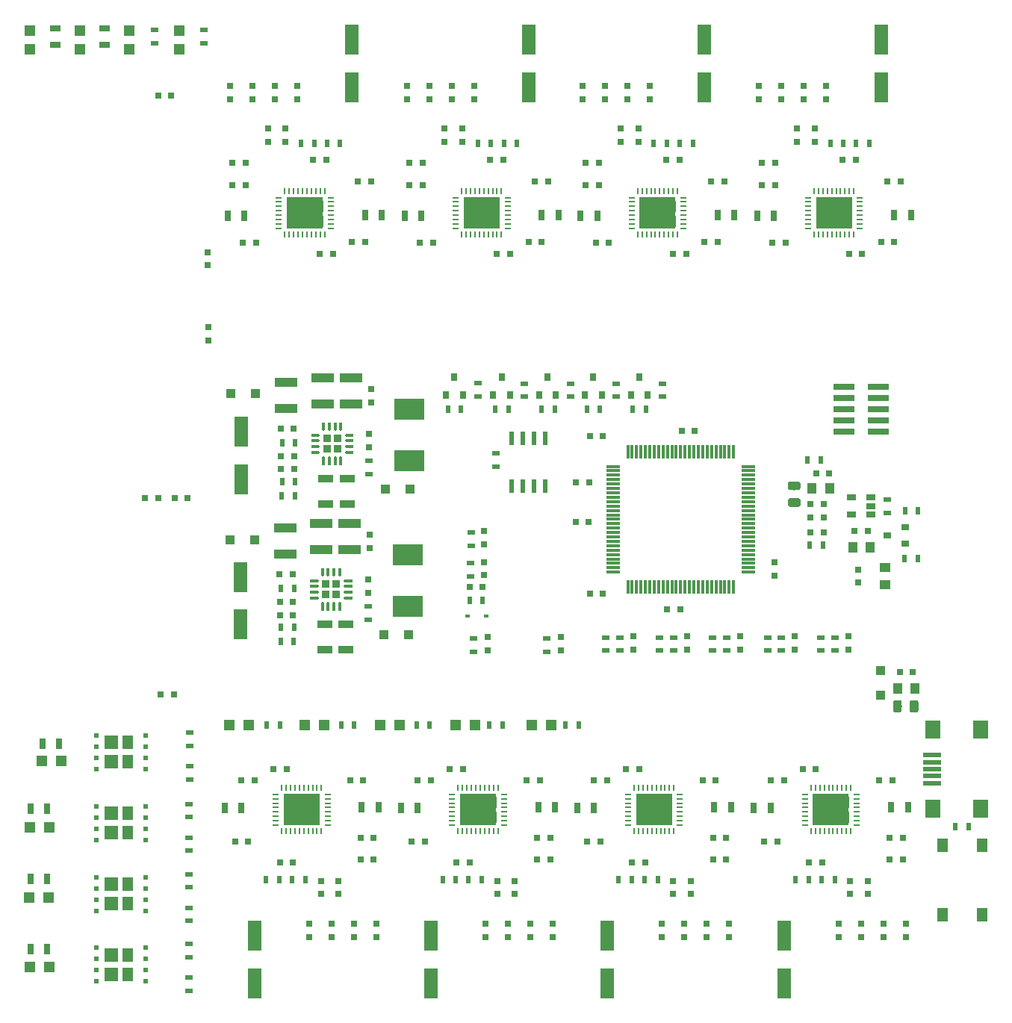
<source format=gtp>
G04 #@! TF.GenerationSoftware,KiCad,Pcbnew,(5.0.0)*
G04 #@! TF.CreationDate,2018-10-21T23:28:39-04:00*
G04 #@! TF.ProjectId,Voron_Klipper_Board,566F726F6E5F4B6C69707065725F426F,A*
G04 #@! TF.SameCoordinates,Original*
G04 #@! TF.FileFunction,Paste,Top*
G04 #@! TF.FilePolarity,Positive*
%FSLAX46Y46*%
G04 Gerber Fmt 4.6, Leading zero omitted, Abs format (unit mm)*
G04 Created by KiCad (PCBNEW (5.0.0)) date 10/21/18 23:28:39*
%MOMM*%
%LPD*%
G01*
G04 APERTURE LIST*
%ADD10C,0.050000*%
%ADD11R,0.600000X0.450000*%
%ADD12R,0.800000X0.750000*%
%ADD13R,0.500000X0.900000*%
%ADD14R,0.700000X1.300000*%
%ADD15R,4.150000X3.650000*%
%ADD16R,0.800000X0.250000*%
%ADD17R,0.250000X0.800000*%
%ADD18R,2.400000X0.740000*%
%ADD19R,0.800000X0.900000*%
%ADD20R,1.100000X1.100000*%
%ADD21R,0.750000X0.800000*%
%ADD22R,0.900000X0.500000*%
%ADD23R,1.700000X0.900000*%
%ADD24R,3.429000X2.413000*%
%ADD25R,2.500000X1.000000*%
%ADD26R,1.600000X3.500000*%
%ADD27R,0.900000X0.900000*%
%ADD28C,0.350000*%
%ADD29R,0.350000X0.825000*%
%ADD30R,0.825000X0.350000*%
%ADD31R,1.200000X1.200000*%
%ADD32R,1.300000X0.700000*%
%ADD33R,1.000000X1.250000*%
%ADD34R,1.500000X0.300000*%
%ADD35R,0.300000X1.500000*%
%ADD36R,1.700000X2.000000*%
%ADD37R,2.000000X0.500000*%
%ADD38R,0.600000X1.550000*%
%ADD39C,0.100000*%
%ADD40C,0.975000*%
%ADD41R,1.250000X1.000000*%
%ADD42R,1.060000X0.650000*%
%ADD43R,0.900000X0.800000*%
%ADD44R,0.490000X0.490000*%
%ADD45R,1.585000X1.570000*%
%ADD46R,1.235000X1.570000*%
%ADD47R,1.300000X1.550000*%
G04 APERTURE END LIST*
D10*
G04 #@! TO.C,U7*
G36*
X189473000Y-128832600D02*
X189473000Y-130032600D01*
X188273000Y-130032600D01*
X188273000Y-128832600D01*
X189473000Y-128832600D01*
G37*
X189473000Y-128832600D02*
X189473000Y-130032600D01*
X188273000Y-130032600D01*
X188273000Y-128832600D01*
X189473000Y-128832600D01*
G36*
X190873000Y-128832600D02*
X190873000Y-130032600D01*
X189673000Y-130032600D01*
X189673000Y-128832600D01*
X190873000Y-128832600D01*
G37*
X190873000Y-128832600D02*
X190873000Y-130032600D01*
X189673000Y-130032600D01*
X189673000Y-128832600D01*
X190873000Y-128832600D01*
G36*
X192273000Y-128832600D02*
X192273000Y-130032600D01*
X191073000Y-130032600D01*
X191073000Y-128832600D01*
X192273000Y-128832600D01*
G37*
X192273000Y-128832600D02*
X192273000Y-130032600D01*
X191073000Y-130032600D01*
X191073000Y-128832600D01*
X192273000Y-128832600D01*
G36*
X189473000Y-130532600D02*
X189473000Y-131732600D01*
X188273000Y-131732600D01*
X188273000Y-130532600D01*
X189473000Y-130532600D01*
G37*
X189473000Y-130532600D02*
X189473000Y-131732600D01*
X188273000Y-131732600D01*
X188273000Y-130532600D01*
X189473000Y-130532600D01*
G36*
X190873000Y-130532600D02*
X190873000Y-131732600D01*
X189673000Y-131732600D01*
X189673000Y-130532600D01*
X190873000Y-130532600D01*
G37*
X190873000Y-130532600D02*
X190873000Y-131732600D01*
X189673000Y-131732600D01*
X189673000Y-130532600D01*
X190873000Y-130532600D01*
G36*
X192273000Y-130532600D02*
X192273000Y-131732600D01*
X191073000Y-131732600D01*
X191073000Y-130532600D01*
X192273000Y-130532600D01*
G37*
X192273000Y-130532600D02*
X192273000Y-131732600D01*
X191073000Y-131732600D01*
X191073000Y-130532600D01*
X192273000Y-130532600D01*
G04 #@! TO.C,U8*
G36*
X209523000Y-128832600D02*
X209523000Y-130032600D01*
X208323000Y-130032600D01*
X208323000Y-128832600D01*
X209523000Y-128832600D01*
G37*
X209523000Y-128832600D02*
X209523000Y-130032600D01*
X208323000Y-130032600D01*
X208323000Y-128832600D01*
X209523000Y-128832600D01*
G36*
X210923000Y-128832600D02*
X210923000Y-130032600D01*
X209723000Y-130032600D01*
X209723000Y-128832600D01*
X210923000Y-128832600D01*
G37*
X210923000Y-128832600D02*
X210923000Y-130032600D01*
X209723000Y-130032600D01*
X209723000Y-128832600D01*
X210923000Y-128832600D01*
G36*
X212323000Y-128832600D02*
X212323000Y-130032600D01*
X211123000Y-130032600D01*
X211123000Y-128832600D01*
X212323000Y-128832600D01*
G37*
X212323000Y-128832600D02*
X212323000Y-130032600D01*
X211123000Y-130032600D01*
X211123000Y-128832600D01*
X212323000Y-128832600D01*
G36*
X209523000Y-130532600D02*
X209523000Y-131732600D01*
X208323000Y-131732600D01*
X208323000Y-130532600D01*
X209523000Y-130532600D01*
G37*
X209523000Y-130532600D02*
X209523000Y-131732600D01*
X208323000Y-131732600D01*
X208323000Y-130532600D01*
X209523000Y-130532600D01*
G36*
X210923000Y-130532600D02*
X210923000Y-131732600D01*
X209723000Y-131732600D01*
X209723000Y-130532600D01*
X210923000Y-130532600D01*
G37*
X210923000Y-130532600D02*
X210923000Y-131732600D01*
X209723000Y-131732600D01*
X209723000Y-130532600D01*
X210923000Y-130532600D01*
G36*
X212323000Y-130532600D02*
X212323000Y-131732600D01*
X211123000Y-131732600D01*
X211123000Y-130532600D01*
X212323000Y-130532600D01*
G37*
X212323000Y-130532600D02*
X212323000Y-131732600D01*
X211123000Y-131732600D01*
X211123000Y-130532600D01*
X212323000Y-130532600D01*
G04 #@! TO.C,U1*
G36*
X151477000Y-64167400D02*
X151477000Y-62967400D01*
X152677000Y-62967400D01*
X152677000Y-64167400D01*
X151477000Y-64167400D01*
G37*
X151477000Y-64167400D02*
X151477000Y-62967400D01*
X152677000Y-62967400D01*
X152677000Y-64167400D01*
X151477000Y-64167400D01*
G36*
X150077000Y-64167400D02*
X150077000Y-62967400D01*
X151277000Y-62967400D01*
X151277000Y-64167400D01*
X150077000Y-64167400D01*
G37*
X150077000Y-64167400D02*
X150077000Y-62967400D01*
X151277000Y-62967400D01*
X151277000Y-64167400D01*
X150077000Y-64167400D01*
G36*
X148677000Y-64167400D02*
X148677000Y-62967400D01*
X149877000Y-62967400D01*
X149877000Y-64167400D01*
X148677000Y-64167400D01*
G37*
X148677000Y-64167400D02*
X148677000Y-62967400D01*
X149877000Y-62967400D01*
X149877000Y-64167400D01*
X148677000Y-64167400D01*
G36*
X151477000Y-62467400D02*
X151477000Y-61267400D01*
X152677000Y-61267400D01*
X152677000Y-62467400D01*
X151477000Y-62467400D01*
G37*
X151477000Y-62467400D02*
X151477000Y-61267400D01*
X152677000Y-61267400D01*
X152677000Y-62467400D01*
X151477000Y-62467400D01*
G36*
X150077000Y-62467400D02*
X150077000Y-61267400D01*
X151277000Y-61267400D01*
X151277000Y-62467400D01*
X150077000Y-62467400D01*
G37*
X150077000Y-62467400D02*
X150077000Y-61267400D01*
X151277000Y-61267400D01*
X151277000Y-62467400D01*
X150077000Y-62467400D01*
G36*
X148677000Y-62467400D02*
X148677000Y-61267400D01*
X149877000Y-61267400D01*
X149877000Y-62467400D01*
X148677000Y-62467400D01*
G37*
X148677000Y-62467400D02*
X148677000Y-61267400D01*
X149877000Y-61267400D01*
X149877000Y-62467400D01*
X148677000Y-62467400D01*
G04 #@! TO.C,U2*
G36*
X171527000Y-64167400D02*
X171527000Y-62967400D01*
X172727000Y-62967400D01*
X172727000Y-64167400D01*
X171527000Y-64167400D01*
G37*
X171527000Y-64167400D02*
X171527000Y-62967400D01*
X172727000Y-62967400D01*
X172727000Y-64167400D01*
X171527000Y-64167400D01*
G36*
X170127000Y-64167400D02*
X170127000Y-62967400D01*
X171327000Y-62967400D01*
X171327000Y-64167400D01*
X170127000Y-64167400D01*
G37*
X170127000Y-64167400D02*
X170127000Y-62967400D01*
X171327000Y-62967400D01*
X171327000Y-64167400D01*
X170127000Y-64167400D01*
G36*
X168727000Y-64167400D02*
X168727000Y-62967400D01*
X169927000Y-62967400D01*
X169927000Y-64167400D01*
X168727000Y-64167400D01*
G37*
X168727000Y-64167400D02*
X168727000Y-62967400D01*
X169927000Y-62967400D01*
X169927000Y-64167400D01*
X168727000Y-64167400D01*
G36*
X171527000Y-62467400D02*
X171527000Y-61267400D01*
X172727000Y-61267400D01*
X172727000Y-62467400D01*
X171527000Y-62467400D01*
G37*
X171527000Y-62467400D02*
X171527000Y-61267400D01*
X172727000Y-61267400D01*
X172727000Y-62467400D01*
X171527000Y-62467400D01*
G36*
X170127000Y-62467400D02*
X170127000Y-61267400D01*
X171327000Y-61267400D01*
X171327000Y-62467400D01*
X170127000Y-62467400D01*
G37*
X170127000Y-62467400D02*
X170127000Y-61267400D01*
X171327000Y-61267400D01*
X171327000Y-62467400D01*
X170127000Y-62467400D01*
G36*
X168727000Y-62467400D02*
X168727000Y-61267400D01*
X169927000Y-61267400D01*
X169927000Y-62467400D01*
X168727000Y-62467400D01*
G37*
X168727000Y-62467400D02*
X168727000Y-61267400D01*
X169927000Y-61267400D01*
X169927000Y-62467400D01*
X168727000Y-62467400D01*
G04 #@! TO.C,U3*
G36*
X191477000Y-64167400D02*
X191477000Y-62967400D01*
X192677000Y-62967400D01*
X192677000Y-64167400D01*
X191477000Y-64167400D01*
G37*
X191477000Y-64167400D02*
X191477000Y-62967400D01*
X192677000Y-62967400D01*
X192677000Y-64167400D01*
X191477000Y-64167400D01*
G36*
X190077000Y-64167400D02*
X190077000Y-62967400D01*
X191277000Y-62967400D01*
X191277000Y-64167400D01*
X190077000Y-64167400D01*
G37*
X190077000Y-64167400D02*
X190077000Y-62967400D01*
X191277000Y-62967400D01*
X191277000Y-64167400D01*
X190077000Y-64167400D01*
G36*
X188677000Y-64167400D02*
X188677000Y-62967400D01*
X189877000Y-62967400D01*
X189877000Y-64167400D01*
X188677000Y-64167400D01*
G37*
X188677000Y-64167400D02*
X188677000Y-62967400D01*
X189877000Y-62967400D01*
X189877000Y-64167400D01*
X188677000Y-64167400D01*
G36*
X191477000Y-62467400D02*
X191477000Y-61267400D01*
X192677000Y-61267400D01*
X192677000Y-62467400D01*
X191477000Y-62467400D01*
G37*
X191477000Y-62467400D02*
X191477000Y-61267400D01*
X192677000Y-61267400D01*
X192677000Y-62467400D01*
X191477000Y-62467400D01*
G36*
X190077000Y-62467400D02*
X190077000Y-61267400D01*
X191277000Y-61267400D01*
X191277000Y-62467400D01*
X190077000Y-62467400D01*
G37*
X190077000Y-62467400D02*
X190077000Y-61267400D01*
X191277000Y-61267400D01*
X191277000Y-62467400D01*
X190077000Y-62467400D01*
G36*
X188677000Y-62467400D02*
X188677000Y-61267400D01*
X189877000Y-61267400D01*
X189877000Y-62467400D01*
X188677000Y-62467400D01*
G37*
X188677000Y-62467400D02*
X188677000Y-61267400D01*
X189877000Y-61267400D01*
X189877000Y-62467400D01*
X188677000Y-62467400D01*
G04 #@! TO.C,U4*
G36*
X211477000Y-64167400D02*
X211477000Y-62967400D01*
X212677000Y-62967400D01*
X212677000Y-64167400D01*
X211477000Y-64167400D01*
G37*
X211477000Y-64167400D02*
X211477000Y-62967400D01*
X212677000Y-62967400D01*
X212677000Y-64167400D01*
X211477000Y-64167400D01*
G36*
X210077000Y-64167400D02*
X210077000Y-62967400D01*
X211277000Y-62967400D01*
X211277000Y-64167400D01*
X210077000Y-64167400D01*
G37*
X210077000Y-64167400D02*
X210077000Y-62967400D01*
X211277000Y-62967400D01*
X211277000Y-64167400D01*
X210077000Y-64167400D01*
G36*
X208677000Y-64167400D02*
X208677000Y-62967400D01*
X209877000Y-62967400D01*
X209877000Y-64167400D01*
X208677000Y-64167400D01*
G37*
X208677000Y-64167400D02*
X208677000Y-62967400D01*
X209877000Y-62967400D01*
X209877000Y-64167400D01*
X208677000Y-64167400D01*
G36*
X211477000Y-62467400D02*
X211477000Y-61267400D01*
X212677000Y-61267400D01*
X212677000Y-62467400D01*
X211477000Y-62467400D01*
G37*
X211477000Y-62467400D02*
X211477000Y-61267400D01*
X212677000Y-61267400D01*
X212677000Y-62467400D01*
X211477000Y-62467400D01*
G36*
X210077000Y-62467400D02*
X210077000Y-61267400D01*
X211277000Y-61267400D01*
X211277000Y-62467400D01*
X210077000Y-62467400D01*
G37*
X210077000Y-62467400D02*
X210077000Y-61267400D01*
X211277000Y-61267400D01*
X211277000Y-62467400D01*
X210077000Y-62467400D01*
G36*
X208677000Y-62467400D02*
X208677000Y-61267400D01*
X209877000Y-61267400D01*
X209877000Y-62467400D01*
X208677000Y-62467400D01*
G37*
X208677000Y-62467400D02*
X208677000Y-61267400D01*
X209877000Y-61267400D01*
X209877000Y-62467400D01*
X208677000Y-62467400D01*
G04 #@! TO.C,U5*
G36*
X149523000Y-128832600D02*
X149523000Y-130032600D01*
X148323000Y-130032600D01*
X148323000Y-128832600D01*
X149523000Y-128832600D01*
G37*
X149523000Y-128832600D02*
X149523000Y-130032600D01*
X148323000Y-130032600D01*
X148323000Y-128832600D01*
X149523000Y-128832600D01*
G36*
X150923000Y-128832600D02*
X150923000Y-130032600D01*
X149723000Y-130032600D01*
X149723000Y-128832600D01*
X150923000Y-128832600D01*
G37*
X150923000Y-128832600D02*
X150923000Y-130032600D01*
X149723000Y-130032600D01*
X149723000Y-128832600D01*
X150923000Y-128832600D01*
G36*
X152323000Y-128832600D02*
X152323000Y-130032600D01*
X151123000Y-130032600D01*
X151123000Y-128832600D01*
X152323000Y-128832600D01*
G37*
X152323000Y-128832600D02*
X152323000Y-130032600D01*
X151123000Y-130032600D01*
X151123000Y-128832600D01*
X152323000Y-128832600D01*
G36*
X149523000Y-130532600D02*
X149523000Y-131732600D01*
X148323000Y-131732600D01*
X148323000Y-130532600D01*
X149523000Y-130532600D01*
G37*
X149523000Y-130532600D02*
X149523000Y-131732600D01*
X148323000Y-131732600D01*
X148323000Y-130532600D01*
X149523000Y-130532600D01*
G36*
X150923000Y-130532600D02*
X150923000Y-131732600D01*
X149723000Y-131732600D01*
X149723000Y-130532600D01*
X150923000Y-130532600D01*
G37*
X150923000Y-130532600D02*
X150923000Y-131732600D01*
X149723000Y-131732600D01*
X149723000Y-130532600D01*
X150923000Y-130532600D01*
G36*
X152323000Y-130532600D02*
X152323000Y-131732600D01*
X151123000Y-131732600D01*
X151123000Y-130532600D01*
X152323000Y-130532600D01*
G37*
X152323000Y-130532600D02*
X152323000Y-131732600D01*
X151123000Y-131732600D01*
X151123000Y-130532600D01*
X152323000Y-130532600D01*
G04 #@! TO.C,U6*
G36*
X169523000Y-128832600D02*
X169523000Y-130032600D01*
X168323000Y-130032600D01*
X168323000Y-128832600D01*
X169523000Y-128832600D01*
G37*
X169523000Y-128832600D02*
X169523000Y-130032600D01*
X168323000Y-130032600D01*
X168323000Y-128832600D01*
X169523000Y-128832600D01*
G36*
X170923000Y-128832600D02*
X170923000Y-130032600D01*
X169723000Y-130032600D01*
X169723000Y-128832600D01*
X170923000Y-128832600D01*
G37*
X170923000Y-128832600D02*
X170923000Y-130032600D01*
X169723000Y-130032600D01*
X169723000Y-128832600D01*
X170923000Y-128832600D01*
G36*
X172323000Y-128832600D02*
X172323000Y-130032600D01*
X171123000Y-130032600D01*
X171123000Y-128832600D01*
X172323000Y-128832600D01*
G37*
X172323000Y-128832600D02*
X172323000Y-130032600D01*
X171123000Y-130032600D01*
X171123000Y-128832600D01*
X172323000Y-128832600D01*
G36*
X169523000Y-130532600D02*
X169523000Y-131732600D01*
X168323000Y-131732600D01*
X168323000Y-130532600D01*
X169523000Y-130532600D01*
G37*
X169523000Y-130532600D02*
X169523000Y-131732600D01*
X168323000Y-131732600D01*
X168323000Y-130532600D01*
X169523000Y-130532600D01*
G36*
X170923000Y-130532600D02*
X170923000Y-131732600D01*
X169723000Y-131732600D01*
X169723000Y-130532600D01*
X170923000Y-130532600D01*
G37*
X170923000Y-130532600D02*
X170923000Y-131732600D01*
X169723000Y-131732600D01*
X169723000Y-130532600D01*
X170923000Y-130532600D01*
G36*
X172323000Y-130532600D02*
X172323000Y-131732600D01*
X171123000Y-131732600D01*
X171123000Y-130532600D01*
X172323000Y-130532600D01*
G37*
X172323000Y-130532600D02*
X172323000Y-131732600D01*
X171123000Y-131732600D01*
X171123000Y-130532600D01*
X172323000Y-130532600D01*
G04 #@! TD*
D11*
G04 #@! TO.C,D9*
X171275000Y-108350000D03*
X169175000Y-108350000D03*
G04 #@! TD*
D12*
G04 #@! TO.C,C136*
X170850000Y-105075000D03*
X169350000Y-105075000D03*
G04 #@! TD*
D13*
G04 #@! TO.C,R69*
X170850000Y-106575000D03*
X169350000Y-106575000D03*
G04 #@! TD*
D12*
G04 #@! TO.C,C75*
X144275000Y-133925000D03*
X142775000Y-133925000D03*
G04 #@! TD*
D14*
G04 #@! TO.C,R58*
X121500000Y-138200000D03*
X119600000Y-138200000D03*
G04 #@! TD*
D15*
G04 #@! TO.C,U7*
X190273000Y-130332600D03*
D16*
X193223000Y-128582600D03*
X193223000Y-129082600D03*
X193223000Y-129582600D03*
X193223000Y-130082600D03*
X193223000Y-130582600D03*
X193223000Y-131082600D03*
X193223000Y-131582600D03*
X193223000Y-132082600D03*
D17*
X192523000Y-132782600D03*
X192023000Y-132782600D03*
X191523000Y-132782600D03*
X191023000Y-132782600D03*
X190523000Y-132782600D03*
X190023000Y-132782600D03*
X189523000Y-132782600D03*
X189023000Y-132782600D03*
X188523000Y-132782600D03*
X188023000Y-132782600D03*
D16*
X187323000Y-132082600D03*
X187323000Y-131582600D03*
X187323000Y-131082600D03*
X187323000Y-130582600D03*
X187323000Y-130082600D03*
X187323000Y-129582600D03*
X187323000Y-129082600D03*
X187323000Y-128582600D03*
D17*
X188023000Y-127882600D03*
X188523000Y-127882600D03*
X189023000Y-127882600D03*
X189523000Y-127882600D03*
X190023000Y-127882600D03*
X190523000Y-127882600D03*
X191023000Y-127882600D03*
X191523000Y-127882600D03*
X192023000Y-127882600D03*
X192523000Y-127882600D03*
G04 #@! TD*
D13*
G04 #@! TO.C,R67*
X147900000Y-120750000D03*
X146400000Y-120750000D03*
G04 #@! TD*
D18*
G04 #@! TO.C,J35*
X215700000Y-87459998D03*
X211800000Y-87459998D03*
X215700000Y-86189998D03*
X211800000Y-86189998D03*
X215700000Y-84919998D03*
X211800000Y-84919998D03*
X215700000Y-83649998D03*
X211800000Y-83649998D03*
X215700000Y-82379998D03*
X211800000Y-82379998D03*
G04 #@! TD*
D19*
G04 #@! TO.C,U12*
X173000000Y-81300000D03*
X173950000Y-83300000D03*
X172050000Y-83300000D03*
G04 #@! TD*
D20*
G04 #@! TO.C,D15*
X142200000Y-99750000D03*
X145000000Y-99750000D03*
G04 #@! TD*
D13*
G04 #@! TO.C,R87*
X149460000Y-109650000D03*
X147960000Y-109650000D03*
G04 #@! TD*
D21*
G04 #@! TO.C,C157*
X157860000Y-105750000D03*
X157860000Y-104250000D03*
G04 #@! TD*
D22*
G04 #@! TO.C,R79*
X157860000Y-108795000D03*
X157860000Y-107295000D03*
G04 #@! TD*
D23*
G04 #@! TO.C,R83*
X152940000Y-112160000D03*
X152940000Y-109260000D03*
G04 #@! TD*
G04 #@! TO.C,R85*
X155330000Y-112170000D03*
X155330000Y-109270000D03*
G04 #@! TD*
D24*
G04 #@! TO.C,L3*
X162360000Y-101399000D03*
X162360000Y-107241000D03*
G04 #@! TD*
D25*
G04 #@! TO.C,C151*
X148450000Y-98350000D03*
X148450000Y-101350000D03*
G04 #@! TD*
G04 #@! TO.C,C159*
X155750000Y-100850000D03*
X155750000Y-97850000D03*
G04 #@! TD*
G04 #@! TO.C,C161*
X152500000Y-100850000D03*
X152500000Y-97850000D03*
G04 #@! TD*
D12*
G04 #@! TO.C,C163*
X149360000Y-108245000D03*
X147860000Y-108245000D03*
G04 #@! TD*
G04 #@! TO.C,C155*
X147860000Y-106745000D03*
X149360000Y-106745000D03*
G04 #@! TD*
G04 #@! TO.C,C153*
X147810000Y-103600000D03*
X149310000Y-103600000D03*
G04 #@! TD*
D20*
G04 #@! TO.C,D17*
X159660000Y-110445000D03*
X162460000Y-110445000D03*
G04 #@! TD*
D13*
G04 #@! TO.C,R88*
X147940000Y-111215000D03*
X149440000Y-111215000D03*
G04 #@! TD*
G04 #@! TO.C,R81*
X149460000Y-105245000D03*
X147960000Y-105245000D03*
G04 #@! TD*
D26*
G04 #@! TO.C,C149*
X143360000Y-109340000D03*
X143360000Y-103940000D03*
G04 #@! TD*
D27*
G04 #@! TO.C,U19*
X153070000Y-104730000D03*
X153070000Y-105930000D03*
X154270000Y-105930000D03*
X154270000Y-104730000D03*
D28*
X152695000Y-103755000D03*
D29*
X152695000Y-103342500D03*
D28*
X153345000Y-103755000D03*
D29*
X153345000Y-103342500D03*
D28*
X153995000Y-103755000D03*
D29*
X153995000Y-103342500D03*
D28*
X154645000Y-103755000D03*
D29*
X154645000Y-103342500D03*
D28*
X155245000Y-104355000D03*
D30*
X155657500Y-104355000D03*
D28*
X155245000Y-105005000D03*
D30*
X155657500Y-105005000D03*
D28*
X155245000Y-105655000D03*
D30*
X155657500Y-105655000D03*
D28*
X155245000Y-106305000D03*
D30*
X155657500Y-106305000D03*
D28*
X154645000Y-106905000D03*
D29*
X154645000Y-107317500D03*
D28*
X153995000Y-106905000D03*
D29*
X153995000Y-107317500D03*
D28*
X153345000Y-106905000D03*
D29*
X153345000Y-107317500D03*
D28*
X152695000Y-106905000D03*
D29*
X152695000Y-107317500D03*
D28*
X152095000Y-106305000D03*
D30*
X151682500Y-106305000D03*
D28*
X152095000Y-105655000D03*
D30*
X151682500Y-105655000D03*
D28*
X152095000Y-105005000D03*
D30*
X151682500Y-105005000D03*
D28*
X152095000Y-104355000D03*
D30*
X151682500Y-104355000D03*
G04 #@! TD*
D21*
G04 #@! TO.C,C113*
X158060000Y-100650000D03*
X158060000Y-99150000D03*
G04 #@! TD*
D22*
G04 #@! TO.C,R37*
X180800000Y-82000000D03*
X180800000Y-83500000D03*
G04 #@! TD*
D24*
G04 #@! TO.C,L4*
X162500000Y-84893000D03*
X162500000Y-90735000D03*
G04 #@! TD*
D14*
G04 #@! TO.C,R32*
X219050000Y-130050000D03*
X217150000Y-130050000D03*
G04 #@! TD*
D15*
G04 #@! TO.C,U8*
X210323000Y-130332600D03*
D16*
X213273000Y-128582600D03*
X213273000Y-129082600D03*
X213273000Y-129582600D03*
X213273000Y-130082600D03*
X213273000Y-130582600D03*
X213273000Y-131082600D03*
X213273000Y-131582600D03*
X213273000Y-132082600D03*
D17*
X212573000Y-132782600D03*
X212073000Y-132782600D03*
X211573000Y-132782600D03*
X211073000Y-132782600D03*
X210573000Y-132782600D03*
X210073000Y-132782600D03*
X209573000Y-132782600D03*
X209073000Y-132782600D03*
X208573000Y-132782600D03*
X208073000Y-132782600D03*
D16*
X207373000Y-132082600D03*
X207373000Y-131582600D03*
X207373000Y-131082600D03*
X207373000Y-130582600D03*
X207373000Y-130082600D03*
X207373000Y-129582600D03*
X207373000Y-129082600D03*
X207373000Y-128582600D03*
D17*
X208073000Y-127882600D03*
X208573000Y-127882600D03*
X209073000Y-127882600D03*
X209573000Y-127882600D03*
X210073000Y-127882600D03*
X210573000Y-127882600D03*
X211073000Y-127882600D03*
X211573000Y-127882600D03*
X212073000Y-127882600D03*
X212573000Y-127882600D03*
G04 #@! TD*
D12*
G04 #@! TO.C,C60*
X178500000Y-136000000D03*
X177000000Y-136000000D03*
G04 #@! TD*
G04 #@! TO.C,C87*
X198450000Y-136000000D03*
X196950000Y-136000000D03*
G04 #@! TD*
D21*
G04 #@! TO.C,C62*
X172500000Y-139904600D03*
X172500000Y-138404600D03*
G04 #@! TD*
D12*
G04 #@! TO.C,C63*
X147850000Y-136350000D03*
X149350000Y-136350000D03*
G04 #@! TD*
G04 #@! TO.C,C96*
X205000000Y-127025000D03*
X203500000Y-127025000D03*
G04 #@! TD*
G04 #@! TO.C,C57*
X147125000Y-125700000D03*
X148625000Y-125700000D03*
G04 #@! TD*
D13*
G04 #@! TO.C,R12*
X211750000Y-54750000D03*
X210250000Y-54750000D03*
G04 #@! TD*
D14*
G04 #@! TO.C,R6*
X179450000Y-62900000D03*
X177550000Y-62900000D03*
G04 #@! TD*
D12*
G04 #@! TO.C,C18*
X165225000Y-66000000D03*
X163725000Y-66000000D03*
G04 #@! TD*
D21*
G04 #@! TO.C,C16*
X162240000Y-49750000D03*
X162240000Y-48250000D03*
G04 #@! TD*
D26*
G04 #@! TO.C,C31*
X156000000Y-43000000D03*
X156000000Y-48400000D03*
G04 #@! TD*
D15*
G04 #@! TO.C,U1*
X150677000Y-62667400D03*
D16*
X147727000Y-64417400D03*
X147727000Y-63917400D03*
X147727000Y-63417400D03*
X147727000Y-62917400D03*
X147727000Y-62417400D03*
X147727000Y-61917400D03*
X147727000Y-61417400D03*
X147727000Y-60917400D03*
D17*
X148427000Y-60217400D03*
X148927000Y-60217400D03*
X149427000Y-60217400D03*
X149927000Y-60217400D03*
X150427000Y-60217400D03*
X150927000Y-60217400D03*
X151427000Y-60217400D03*
X151927000Y-60217400D03*
X152427000Y-60217400D03*
X152927000Y-60217400D03*
D16*
X153627000Y-60917400D03*
X153627000Y-61417400D03*
X153627000Y-61917400D03*
X153627000Y-62417400D03*
X153627000Y-62917400D03*
X153627000Y-63417400D03*
X153627000Y-63917400D03*
X153627000Y-64417400D03*
D17*
X152927000Y-65117400D03*
X152427000Y-65117400D03*
X151927000Y-65117400D03*
X151427000Y-65117400D03*
X150927000Y-65117400D03*
X150427000Y-65117400D03*
X149927000Y-65117400D03*
X149427000Y-65117400D03*
X148927000Y-65117400D03*
X148427000Y-65117400D03*
G04 #@! TD*
D12*
G04 #@! TO.C,C139*
X135550000Y-49375000D03*
X134050000Y-49375000D03*
G04 #@! TD*
D21*
G04 #@! TO.C,C140*
X139750000Y-75625000D03*
X139750000Y-77125000D03*
G04 #@! TD*
D12*
G04 #@! TO.C,C141*
X134075000Y-94975000D03*
X132575000Y-94975000D03*
G04 #@! TD*
D21*
G04 #@! TO.C,C142*
X139675000Y-68600000D03*
X139675000Y-67100000D03*
G04 #@! TD*
D12*
G04 #@! TO.C,C143*
X135925000Y-95000000D03*
X137425000Y-95000000D03*
G04 #@! TD*
G04 #@! TO.C,C144*
X135850000Y-117300000D03*
X134350000Y-117300000D03*
G04 #@! TD*
D21*
G04 #@! TO.C,C145*
X213375000Y-104600000D03*
X213375000Y-103100000D03*
G04 #@! TD*
D25*
G04 #@! TO.C,C152*
X148600000Y-81850000D03*
X148600000Y-84850000D03*
G04 #@! TD*
D12*
G04 #@! TO.C,C154*
X147950000Y-87150000D03*
X149450000Y-87150000D03*
G04 #@! TD*
G04 #@! TO.C,C156*
X148000000Y-90235000D03*
X149500000Y-90235000D03*
G04 #@! TD*
D21*
G04 #@! TO.C,C158*
X158000000Y-89235000D03*
X158000000Y-87735000D03*
G04 #@! TD*
D25*
G04 #@! TO.C,C160*
X155950000Y-84350000D03*
X155950000Y-81350000D03*
G04 #@! TD*
G04 #@! TO.C,C162*
X152700000Y-84350000D03*
X152700000Y-81350000D03*
G04 #@! TD*
D12*
G04 #@! TO.C,C164*
X149500000Y-91650000D03*
X148000000Y-91650000D03*
G04 #@! TD*
D31*
G04 #@! TO.C,D1*
X123100000Y-124775000D03*
X120900000Y-124775000D03*
G04 #@! TD*
G04 #@! TO.C,D2*
X121668000Y-140250000D03*
X119468000Y-140250000D03*
G04 #@! TD*
G04 #@! TO.C,D3*
X121700000Y-132300000D03*
X119500000Y-132300000D03*
G04 #@! TD*
G04 #@! TO.C,D4*
X121700000Y-148200000D03*
X119500000Y-148200000D03*
G04 #@! TD*
G04 #@! TO.C,D5*
X142150000Y-120750000D03*
X144350000Y-120750000D03*
G04 #@! TD*
G04 #@! TO.C,D6*
X150700000Y-120750000D03*
X152900000Y-120750000D03*
G04 #@! TD*
G04 #@! TO.C,D7*
X159250000Y-120750000D03*
X161450000Y-120750000D03*
G04 #@! TD*
G04 #@! TO.C,D8*
X167800000Y-120750000D03*
X170000000Y-120750000D03*
G04 #@! TD*
G04 #@! TO.C,D10*
X176450000Y-120750000D03*
X178650000Y-120750000D03*
G04 #@! TD*
G04 #@! TO.C,D11*
X119550000Y-44150000D03*
X119550000Y-41950000D03*
G04 #@! TD*
G04 #@! TO.C,D12*
X125178570Y-44150000D03*
X125178570Y-41950000D03*
G04 #@! TD*
G04 #@! TO.C,D13*
X130807140Y-44150000D03*
X130807140Y-41950000D03*
G04 #@! TD*
G04 #@! TO.C,D14*
X136435710Y-44150000D03*
X136435710Y-41950000D03*
G04 #@! TD*
D14*
G04 #@! TO.C,R5*
X159400000Y-62900000D03*
X157500000Y-62900000D03*
G04 #@! TD*
G04 #@! TO.C,R7*
X141950000Y-62950000D03*
X143850000Y-62950000D03*
G04 #@! TD*
G04 #@! TO.C,R8*
X162000000Y-62950000D03*
X163900000Y-62950000D03*
G04 #@! TD*
G04 #@! TO.C,R13*
X199400000Y-62900000D03*
X197500000Y-62900000D03*
G04 #@! TD*
G04 #@! TO.C,R14*
X219400000Y-62900000D03*
X217500000Y-62900000D03*
G04 #@! TD*
G04 #@! TO.C,R15*
X181950000Y-62950000D03*
X183850000Y-62950000D03*
G04 #@! TD*
G04 #@! TO.C,R16*
X201950000Y-62950000D03*
X203850000Y-62950000D03*
G04 #@! TD*
G04 #@! TO.C,R21*
X141600000Y-130100000D03*
X143500000Y-130100000D03*
G04 #@! TD*
G04 #@! TO.C,R22*
X161600000Y-130100000D03*
X163500000Y-130100000D03*
G04 #@! TD*
G04 #@! TO.C,R23*
X159050000Y-130050000D03*
X157150000Y-130050000D03*
G04 #@! TD*
G04 #@! TO.C,R24*
X179050000Y-130050000D03*
X177150000Y-130050000D03*
G04 #@! TD*
G04 #@! TO.C,R29*
X181550000Y-130100000D03*
X183450000Y-130100000D03*
G04 #@! TD*
G04 #@! TO.C,R30*
X201600000Y-130100000D03*
X203500000Y-130100000D03*
G04 #@! TD*
G04 #@! TO.C,R31*
X199000000Y-130050000D03*
X197100000Y-130050000D03*
G04 #@! TD*
G04 #@! TO.C,R57*
X122850000Y-122825000D03*
X120950000Y-122825000D03*
G04 #@! TD*
G04 #@! TO.C,R63*
X121500000Y-130250000D03*
X119600000Y-130250000D03*
G04 #@! TD*
G04 #@! TO.C,R64*
X121500000Y-146150000D03*
X119600000Y-146150000D03*
G04 #@! TD*
D32*
G04 #@! TO.C,R75*
X122364285Y-41700000D03*
X122364285Y-43600000D03*
G04 #@! TD*
G04 #@! TO.C,R76*
X127992855Y-41700000D03*
X127992855Y-43600000D03*
G04 #@! TD*
D12*
G04 #@! TO.C,C1*
X153875000Y-67300000D03*
X152375000Y-67300000D03*
G04 #@! TD*
G04 #@! TO.C,C3*
X142500000Y-57000000D03*
X144000000Y-57000000D03*
G04 #@! TD*
D21*
G04 #@! TO.C,C5*
X148500000Y-53095400D03*
X148500000Y-54595400D03*
G04 #@! TD*
D12*
G04 #@! TO.C,C7*
X153150000Y-56650000D03*
X151650000Y-56650000D03*
G04 #@! TD*
D21*
G04 #@! TO.C,C9*
X146500000Y-53095400D03*
X146500000Y-54595400D03*
G04 #@! TD*
D12*
G04 #@! TO.C,C11*
X156000000Y-65975000D03*
X157500000Y-65975000D03*
G04 #@! TD*
G04 #@! TO.C,C13*
X142500000Y-59500000D03*
X144000000Y-59500000D03*
G04 #@! TD*
D21*
G04 #@! TO.C,C15*
X142190000Y-49750000D03*
X142190000Y-48250000D03*
G04 #@! TD*
D12*
G04 #@! TO.C,C17*
X145175000Y-66000000D03*
X143675000Y-66000000D03*
G04 #@! TD*
D21*
G04 #@! TO.C,C21*
X144730000Y-49750000D03*
X144730000Y-48250000D03*
G04 #@! TD*
G04 #@! TO.C,C25*
X147270000Y-49750000D03*
X147270000Y-48250000D03*
G04 #@! TD*
G04 #@! TO.C,C29*
X149810000Y-49750000D03*
X149810000Y-48250000D03*
G04 #@! TD*
D12*
G04 #@! TO.C,C27*
X156725000Y-59075000D03*
X158225000Y-59075000D03*
G04 #@! TD*
D13*
G04 #@! TO.C,R1*
X154700000Y-54750000D03*
X153200000Y-54750000D03*
G04 #@! TD*
G04 #@! TO.C,R3*
X151750000Y-54750000D03*
X150250000Y-54750000D03*
G04 #@! TD*
D12*
G04 #@! TO.C,C2*
X173925000Y-67300000D03*
X172425000Y-67300000D03*
G04 #@! TD*
G04 #@! TO.C,C4*
X162550000Y-57000000D03*
X164050000Y-57000000D03*
G04 #@! TD*
D21*
G04 #@! TO.C,C6*
X168550000Y-53095400D03*
X168550000Y-54595400D03*
G04 #@! TD*
D12*
G04 #@! TO.C,C8*
X173200000Y-56650000D03*
X171700000Y-56650000D03*
G04 #@! TD*
D21*
G04 #@! TO.C,C10*
X166550000Y-53095400D03*
X166550000Y-54595400D03*
G04 #@! TD*
D12*
G04 #@! TO.C,C12*
X176050000Y-65975000D03*
X177550000Y-65975000D03*
G04 #@! TD*
G04 #@! TO.C,C14*
X162550000Y-59500000D03*
X164050000Y-59500000D03*
G04 #@! TD*
G04 #@! TO.C,C19*
X176775000Y-59075000D03*
X178275000Y-59075000D03*
G04 #@! TD*
D21*
G04 #@! TO.C,C20*
X164780000Y-49750000D03*
X164780000Y-48250000D03*
G04 #@! TD*
D26*
G04 #@! TO.C,C22*
X176050000Y-43000000D03*
X176050000Y-48400000D03*
G04 #@! TD*
D21*
G04 #@! TO.C,C23*
X167320000Y-49750000D03*
X167320000Y-48250000D03*
G04 #@! TD*
G04 #@! TO.C,C24*
X169860000Y-49750000D03*
X169860000Y-48250000D03*
G04 #@! TD*
D12*
G04 #@! TO.C,C26*
X193917000Y-67300000D03*
X192417000Y-67300000D03*
G04 #@! TD*
G04 #@! TO.C,C28*
X213875000Y-67300000D03*
X212375000Y-67300000D03*
G04 #@! TD*
G04 #@! TO.C,C30*
X182500000Y-57000000D03*
X184000000Y-57000000D03*
G04 #@! TD*
G04 #@! TO.C,C32*
X202500000Y-57000000D03*
X204000000Y-57000000D03*
G04 #@! TD*
D21*
G04 #@! TO.C,C33*
X188500000Y-53095400D03*
X188500000Y-54595400D03*
G04 #@! TD*
G04 #@! TO.C,C34*
X208500000Y-53095400D03*
X208500000Y-54595400D03*
G04 #@! TD*
D12*
G04 #@! TO.C,C35*
X193150000Y-56650000D03*
X191650000Y-56650000D03*
G04 #@! TD*
G04 #@! TO.C,C36*
X213150000Y-56650000D03*
X211650000Y-56650000D03*
G04 #@! TD*
D21*
G04 #@! TO.C,C37*
X186500000Y-53095400D03*
X186500000Y-54595400D03*
G04 #@! TD*
G04 #@! TO.C,C38*
X206500000Y-53095400D03*
X206500000Y-54595400D03*
G04 #@! TD*
D12*
G04 #@! TO.C,C39*
X196000000Y-65975000D03*
X197500000Y-65975000D03*
G04 #@! TD*
G04 #@! TO.C,C40*
X216000000Y-65975000D03*
X217500000Y-65975000D03*
G04 #@! TD*
G04 #@! TO.C,C41*
X182500000Y-59500000D03*
X184000000Y-59500000D03*
G04 #@! TD*
G04 #@! TO.C,C42*
X202500000Y-59500000D03*
X204000000Y-59500000D03*
G04 #@! TD*
D21*
G04 #@! TO.C,C43*
X182190000Y-49750000D03*
X182190000Y-48250000D03*
G04 #@! TD*
G04 #@! TO.C,C44*
X202190000Y-49750000D03*
X202190000Y-48250000D03*
G04 #@! TD*
D12*
G04 #@! TO.C,C45*
X185175000Y-66000000D03*
X183675000Y-66000000D03*
G04 #@! TD*
G04 #@! TO.C,C46*
X205175000Y-66000000D03*
X203675000Y-66000000D03*
G04 #@! TD*
G04 #@! TO.C,C47*
X196725000Y-59075000D03*
X198225000Y-59075000D03*
G04 #@! TD*
G04 #@! TO.C,C48*
X216725000Y-59075000D03*
X218225000Y-59075000D03*
G04 #@! TD*
D21*
G04 #@! TO.C,C49*
X184730000Y-49750000D03*
X184730000Y-48250000D03*
G04 #@! TD*
G04 #@! TO.C,C50*
X204730000Y-49750000D03*
X204730000Y-48250000D03*
G04 #@! TD*
D26*
G04 #@! TO.C,C51*
X196000000Y-43000000D03*
X196000000Y-48400000D03*
G04 #@! TD*
D21*
G04 #@! TO.C,C52*
X187270000Y-49750000D03*
X187270000Y-48250000D03*
G04 #@! TD*
D26*
G04 #@! TO.C,C53*
X216000000Y-43000000D03*
X216000000Y-48400000D03*
G04 #@! TD*
D21*
G04 #@! TO.C,C54*
X207270000Y-49750000D03*
X207270000Y-48250000D03*
G04 #@! TD*
G04 #@! TO.C,C55*
X189800000Y-49750000D03*
X189800000Y-48250000D03*
G04 #@! TD*
G04 #@! TO.C,C56*
X209810000Y-49750000D03*
X209810000Y-48250000D03*
G04 #@! TD*
D13*
G04 #@! TO.C,R2*
X174750000Y-54750000D03*
X173250000Y-54750000D03*
G04 #@! TD*
G04 #@! TO.C,R4*
X171800000Y-54750000D03*
X170300000Y-54750000D03*
G04 #@! TD*
G04 #@! TO.C,R9*
X194700000Y-54750000D03*
X193200000Y-54750000D03*
G04 #@! TD*
G04 #@! TO.C,R10*
X214700000Y-54750000D03*
X213200000Y-54750000D03*
G04 #@! TD*
G04 #@! TO.C,R11*
X191750000Y-54750000D03*
X190250000Y-54750000D03*
G04 #@! TD*
D19*
G04 #@! TO.C,U9*
X188600000Y-81300000D03*
X189550000Y-83300000D03*
X187650000Y-83300000D03*
G04 #@! TD*
G04 #@! TO.C,U10*
X183400000Y-81300000D03*
X184350000Y-83300000D03*
X182450000Y-83300000D03*
G04 #@! TD*
G04 #@! TO.C,U11*
X178200000Y-81300000D03*
X179150000Y-83300000D03*
X177250000Y-83300000D03*
G04 #@! TD*
G04 #@! TO.C,U13*
X167650000Y-81300000D03*
X168600000Y-83300000D03*
X166700000Y-83300000D03*
G04 #@! TD*
D12*
G04 #@! TO.C,C58*
X167125000Y-125700000D03*
X168625000Y-125700000D03*
G04 #@! TD*
G04 #@! TO.C,C59*
X158500000Y-136000000D03*
X157000000Y-136000000D03*
G04 #@! TD*
D21*
G04 #@! TO.C,C61*
X152500000Y-139904600D03*
X152500000Y-138404600D03*
G04 #@! TD*
D12*
G04 #@! TO.C,C64*
X167850000Y-136350000D03*
X169350000Y-136350000D03*
G04 #@! TD*
D21*
G04 #@! TO.C,C65*
X154500000Y-139900000D03*
X154500000Y-138400000D03*
G04 #@! TD*
G04 #@! TO.C,C66*
X174500000Y-139900000D03*
X174500000Y-138400000D03*
G04 #@! TD*
D12*
G04 #@! TO.C,C67*
X145000000Y-127025000D03*
X143500000Y-127025000D03*
G04 #@! TD*
G04 #@! TO.C,C68*
X165000000Y-127025000D03*
X163500000Y-127025000D03*
G04 #@! TD*
G04 #@! TO.C,C69*
X158500000Y-133500000D03*
X157000000Y-133500000D03*
G04 #@! TD*
G04 #@! TO.C,C70*
X178500000Y-133500000D03*
X177000000Y-133500000D03*
G04 #@! TD*
D21*
G04 #@! TO.C,C71*
X158810000Y-143250000D03*
X158810000Y-144750000D03*
G04 #@! TD*
G04 #@! TO.C,C72*
X178810000Y-143250000D03*
X178810000Y-144750000D03*
G04 #@! TD*
D12*
G04 #@! TO.C,C73*
X155825000Y-127000000D03*
X157325000Y-127000000D03*
G04 #@! TD*
G04 #@! TO.C,C74*
X175825000Y-127000000D03*
X177325000Y-127000000D03*
G04 #@! TD*
G04 #@! TO.C,C76*
X164275000Y-133925000D03*
X162775000Y-133925000D03*
G04 #@! TD*
D21*
G04 #@! TO.C,C77*
X156270000Y-143250000D03*
X156270000Y-144750000D03*
G04 #@! TD*
G04 #@! TO.C,C78*
X176270000Y-143250000D03*
X176270000Y-144750000D03*
G04 #@! TD*
D26*
G04 #@! TO.C,C79*
X145000000Y-150000000D03*
X145000000Y-144600000D03*
G04 #@! TD*
D21*
G04 #@! TO.C,C80*
X153730000Y-143250000D03*
X153730000Y-144750000D03*
G04 #@! TD*
D26*
G04 #@! TO.C,C81*
X165000000Y-150000000D03*
X165000000Y-144600000D03*
G04 #@! TD*
D21*
G04 #@! TO.C,C82*
X173730000Y-143250000D03*
X173730000Y-144750000D03*
G04 #@! TD*
G04 #@! TO.C,C83*
X151190000Y-143250000D03*
X151190000Y-144750000D03*
G04 #@! TD*
G04 #@! TO.C,C84*
X171200000Y-143250000D03*
X171200000Y-144750000D03*
G04 #@! TD*
D12*
G04 #@! TO.C,C85*
X187075000Y-125700000D03*
X188575000Y-125700000D03*
G04 #@! TD*
G04 #@! TO.C,C86*
X207125000Y-125700000D03*
X208625000Y-125700000D03*
G04 #@! TD*
G04 #@! TO.C,C88*
X218500000Y-136000000D03*
X217000000Y-136000000D03*
G04 #@! TD*
D21*
G04 #@! TO.C,C89*
X192450000Y-139904600D03*
X192450000Y-138404600D03*
G04 #@! TD*
G04 #@! TO.C,C90*
X212500000Y-139904600D03*
X212500000Y-138404600D03*
G04 #@! TD*
D12*
G04 #@! TO.C,C91*
X187800000Y-136350000D03*
X189300000Y-136350000D03*
G04 #@! TD*
G04 #@! TO.C,C92*
X207850000Y-136350000D03*
X209350000Y-136350000D03*
G04 #@! TD*
D21*
G04 #@! TO.C,C93*
X194450000Y-139904600D03*
X194450000Y-138404600D03*
G04 #@! TD*
G04 #@! TO.C,C94*
X214500000Y-139904600D03*
X214500000Y-138404600D03*
G04 #@! TD*
D12*
G04 #@! TO.C,C95*
X184950000Y-127025000D03*
X183450000Y-127025000D03*
G04 #@! TD*
G04 #@! TO.C,C97*
X198450000Y-133500000D03*
X196950000Y-133500000D03*
G04 #@! TD*
G04 #@! TO.C,C98*
X218500000Y-133500000D03*
X217000000Y-133500000D03*
G04 #@! TD*
D21*
G04 #@! TO.C,C99*
X198760000Y-143250000D03*
X198760000Y-144750000D03*
G04 #@! TD*
G04 #@! TO.C,C100*
X218810000Y-143250000D03*
X218810000Y-144750000D03*
G04 #@! TD*
D12*
G04 #@! TO.C,C101*
X195775000Y-127000000D03*
X197275000Y-127000000D03*
G04 #@! TD*
G04 #@! TO.C,C102*
X215825000Y-127000000D03*
X217325000Y-127000000D03*
G04 #@! TD*
G04 #@! TO.C,C103*
X184225000Y-133925000D03*
X182725000Y-133925000D03*
G04 #@! TD*
G04 #@! TO.C,C104*
X204275000Y-133925000D03*
X202775000Y-133925000D03*
G04 #@! TD*
D21*
G04 #@! TO.C,C105*
X196220000Y-143250000D03*
X196220000Y-144750000D03*
G04 #@! TD*
G04 #@! TO.C,C106*
X216270000Y-143250000D03*
X216270000Y-144750000D03*
G04 #@! TD*
D26*
G04 #@! TO.C,C107*
X184950000Y-150000000D03*
X184950000Y-144600000D03*
G04 #@! TD*
D21*
G04 #@! TO.C,C108*
X193675000Y-143250000D03*
X193675000Y-144750000D03*
G04 #@! TD*
D26*
G04 #@! TO.C,C109*
X205000000Y-150000000D03*
X205000000Y-144600000D03*
G04 #@! TD*
D21*
G04 #@! TO.C,C110*
X213730000Y-143250000D03*
X213730000Y-144750000D03*
G04 #@! TD*
G04 #@! TO.C,C111*
X191140000Y-143250000D03*
X191140000Y-144750000D03*
G04 #@! TD*
G04 #@! TO.C,C112*
X211190000Y-143250000D03*
X211190000Y-144750000D03*
G04 #@! TD*
D13*
G04 #@! TO.C,R18*
X166300000Y-138250000D03*
X167800000Y-138250000D03*
G04 #@! TD*
G04 #@! TO.C,R19*
X149250000Y-138250000D03*
X150750000Y-138250000D03*
G04 #@! TD*
G04 #@! TO.C,R20*
X169250000Y-138250000D03*
X170750000Y-138250000D03*
G04 #@! TD*
G04 #@! TO.C,R25*
X186250000Y-138250000D03*
X187750000Y-138250000D03*
G04 #@! TD*
G04 #@! TO.C,R26*
X206300000Y-138250000D03*
X207800000Y-138250000D03*
G04 #@! TD*
G04 #@! TO.C,R27*
X189200000Y-138250000D03*
X190700000Y-138250000D03*
G04 #@! TD*
G04 #@! TO.C,R28*
X209250000Y-138250000D03*
X210750000Y-138250000D03*
G04 #@! TD*
D15*
G04 #@! TO.C,U2*
X170727000Y-62667400D03*
D16*
X167777000Y-64417400D03*
X167777000Y-63917400D03*
X167777000Y-63417400D03*
X167777000Y-62917400D03*
X167777000Y-62417400D03*
X167777000Y-61917400D03*
X167777000Y-61417400D03*
X167777000Y-60917400D03*
D17*
X168477000Y-60217400D03*
X168977000Y-60217400D03*
X169477000Y-60217400D03*
X169977000Y-60217400D03*
X170477000Y-60217400D03*
X170977000Y-60217400D03*
X171477000Y-60217400D03*
X171977000Y-60217400D03*
X172477000Y-60217400D03*
X172977000Y-60217400D03*
D16*
X173677000Y-60917400D03*
X173677000Y-61417400D03*
X173677000Y-61917400D03*
X173677000Y-62417400D03*
X173677000Y-62917400D03*
X173677000Y-63417400D03*
X173677000Y-63917400D03*
X173677000Y-64417400D03*
D17*
X172977000Y-65117400D03*
X172477000Y-65117400D03*
X171977000Y-65117400D03*
X171477000Y-65117400D03*
X170977000Y-65117400D03*
X170477000Y-65117400D03*
X169977000Y-65117400D03*
X169477000Y-65117400D03*
X168977000Y-65117400D03*
X168477000Y-65117400D03*
G04 #@! TD*
D15*
G04 #@! TO.C,U3*
X190677000Y-62667400D03*
D16*
X187727000Y-64417400D03*
X187727000Y-63917400D03*
X187727000Y-63417400D03*
X187727000Y-62917400D03*
X187727000Y-62417400D03*
X187727000Y-61917400D03*
X187727000Y-61417400D03*
X187727000Y-60917400D03*
D17*
X188427000Y-60217400D03*
X188927000Y-60217400D03*
X189427000Y-60217400D03*
X189927000Y-60217400D03*
X190427000Y-60217400D03*
X190927000Y-60217400D03*
X191427000Y-60217400D03*
X191927000Y-60217400D03*
X192427000Y-60217400D03*
X192927000Y-60217400D03*
D16*
X193627000Y-60917400D03*
X193627000Y-61417400D03*
X193627000Y-61917400D03*
X193627000Y-62417400D03*
X193627000Y-62917400D03*
X193627000Y-63417400D03*
X193627000Y-63917400D03*
X193627000Y-64417400D03*
D17*
X192927000Y-65117400D03*
X192427000Y-65117400D03*
X191927000Y-65117400D03*
X191427000Y-65117400D03*
X190927000Y-65117400D03*
X190427000Y-65117400D03*
X189927000Y-65117400D03*
X189427000Y-65117400D03*
X188927000Y-65117400D03*
X188427000Y-65117400D03*
G04 #@! TD*
D15*
G04 #@! TO.C,U4*
X210677000Y-62667400D03*
D16*
X207727000Y-64417400D03*
X207727000Y-63917400D03*
X207727000Y-63417400D03*
X207727000Y-62917400D03*
X207727000Y-62417400D03*
X207727000Y-61917400D03*
X207727000Y-61417400D03*
X207727000Y-60917400D03*
D17*
X208427000Y-60217400D03*
X208927000Y-60217400D03*
X209427000Y-60217400D03*
X209927000Y-60217400D03*
X210427000Y-60217400D03*
X210927000Y-60217400D03*
X211427000Y-60217400D03*
X211927000Y-60217400D03*
X212427000Y-60217400D03*
X212927000Y-60217400D03*
D16*
X213627000Y-60917400D03*
X213627000Y-61417400D03*
X213627000Y-61917400D03*
X213627000Y-62417400D03*
X213627000Y-62917400D03*
X213627000Y-63417400D03*
X213627000Y-63917400D03*
X213627000Y-64417400D03*
D17*
X212927000Y-65117400D03*
X212427000Y-65117400D03*
X211927000Y-65117400D03*
X211427000Y-65117400D03*
X210927000Y-65117400D03*
X210427000Y-65117400D03*
X209927000Y-65117400D03*
X209427000Y-65117400D03*
X208927000Y-65117400D03*
X208427000Y-65117400D03*
G04 #@! TD*
D15*
G04 #@! TO.C,U5*
X150323000Y-130332600D03*
D16*
X153273000Y-128582600D03*
X153273000Y-129082600D03*
X153273000Y-129582600D03*
X153273000Y-130082600D03*
X153273000Y-130582600D03*
X153273000Y-131082600D03*
X153273000Y-131582600D03*
X153273000Y-132082600D03*
D17*
X152573000Y-132782600D03*
X152073000Y-132782600D03*
X151573000Y-132782600D03*
X151073000Y-132782600D03*
X150573000Y-132782600D03*
X150073000Y-132782600D03*
X149573000Y-132782600D03*
X149073000Y-132782600D03*
X148573000Y-132782600D03*
X148073000Y-132782600D03*
D16*
X147373000Y-132082600D03*
X147373000Y-131582600D03*
X147373000Y-131082600D03*
X147373000Y-130582600D03*
X147373000Y-130082600D03*
X147373000Y-129582600D03*
X147373000Y-129082600D03*
X147373000Y-128582600D03*
D17*
X148073000Y-127882600D03*
X148573000Y-127882600D03*
X149073000Y-127882600D03*
X149573000Y-127882600D03*
X150073000Y-127882600D03*
X150573000Y-127882600D03*
X151073000Y-127882600D03*
X151573000Y-127882600D03*
X152073000Y-127882600D03*
X152573000Y-127882600D03*
G04 #@! TD*
D15*
G04 #@! TO.C,U6*
X170323000Y-130332600D03*
D16*
X173273000Y-128582600D03*
X173273000Y-129082600D03*
X173273000Y-129582600D03*
X173273000Y-130082600D03*
X173273000Y-130582600D03*
X173273000Y-131082600D03*
X173273000Y-131582600D03*
X173273000Y-132082600D03*
D17*
X172573000Y-132782600D03*
X172073000Y-132782600D03*
X171573000Y-132782600D03*
X171073000Y-132782600D03*
X170573000Y-132782600D03*
X170073000Y-132782600D03*
X169573000Y-132782600D03*
X169073000Y-132782600D03*
X168573000Y-132782600D03*
X168073000Y-132782600D03*
D16*
X167373000Y-132082600D03*
X167373000Y-131582600D03*
X167373000Y-131082600D03*
X167373000Y-130582600D03*
X167373000Y-130082600D03*
X167373000Y-129582600D03*
X167373000Y-129082600D03*
X167373000Y-128582600D03*
D17*
X168073000Y-127882600D03*
X168573000Y-127882600D03*
X169073000Y-127882600D03*
X169573000Y-127882600D03*
X170073000Y-127882600D03*
X170573000Y-127882600D03*
X171073000Y-127882600D03*
X171573000Y-127882600D03*
X172073000Y-127882600D03*
X172573000Y-127882600D03*
G04 #@! TD*
D13*
G04 #@! TO.C,R17*
X146300000Y-138250000D03*
X147800000Y-138250000D03*
G04 #@! TD*
D26*
G04 #@! TO.C,C150*
X143500000Y-92835000D03*
X143500000Y-87435000D03*
G04 #@! TD*
D20*
G04 #@! TO.C,D16*
X142300000Y-83135000D03*
X145100000Y-83135000D03*
G04 #@! TD*
G04 #@! TO.C,D18*
X159800000Y-93935000D03*
X162600000Y-93935000D03*
G04 #@! TD*
D21*
G04 #@! TO.C,C129*
X187900000Y-112150000D03*
X187900000Y-110650000D03*
G04 #@! TD*
G04 #@! TO.C,C130*
X194000000Y-112150000D03*
X194000000Y-110650000D03*
G04 #@! TD*
G04 #@! TO.C,C131*
X200000000Y-112150000D03*
X200000000Y-110650000D03*
G04 #@! TD*
G04 #@! TO.C,C132*
X206200000Y-112150000D03*
X206200000Y-110650000D03*
G04 #@! TD*
G04 #@! TO.C,C133*
X212300000Y-112150000D03*
X212300000Y-110650000D03*
G04 #@! TD*
D22*
G04 #@! TO.C,R43*
X186400000Y-110800000D03*
X186400000Y-112300000D03*
G04 #@! TD*
G04 #@! TO.C,R44*
X192500000Y-110800000D03*
X192500000Y-112300000D03*
G04 #@! TD*
G04 #@! TO.C,R45*
X184825000Y-110800000D03*
X184825000Y-112300000D03*
G04 #@! TD*
G04 #@! TO.C,R46*
X190925000Y-110800000D03*
X190925000Y-112300000D03*
G04 #@! TD*
G04 #@! TO.C,R47*
X198482500Y-110800000D03*
X198482500Y-112300000D03*
G04 #@! TD*
G04 #@! TO.C,R48*
X204709487Y-110800000D03*
X204709487Y-112300000D03*
G04 #@! TD*
G04 #@! TO.C,R49*
X196900000Y-110800000D03*
X196900000Y-112300000D03*
G04 #@! TD*
G04 #@! TO.C,R50*
X203159487Y-110800000D03*
X203159487Y-112300000D03*
G04 #@! TD*
G04 #@! TO.C,R51*
X210782500Y-110800000D03*
X210782500Y-112300000D03*
G04 #@! TD*
G04 #@! TO.C,R52*
X209200000Y-110800000D03*
X209200000Y-112300000D03*
G04 #@! TD*
D27*
G04 #@! TO.C,U20*
X153210000Y-88220000D03*
X153210000Y-89420000D03*
X154410000Y-89420000D03*
X154410000Y-88220000D03*
D28*
X152835000Y-87245000D03*
D29*
X152835000Y-86832500D03*
D28*
X153485000Y-87245000D03*
D29*
X153485000Y-86832500D03*
D28*
X154135000Y-87245000D03*
D29*
X154135000Y-86832500D03*
D28*
X154785000Y-87245000D03*
D29*
X154785000Y-86832500D03*
D28*
X155385000Y-87845000D03*
D30*
X155797500Y-87845000D03*
D28*
X155385000Y-88495000D03*
D30*
X155797500Y-88495000D03*
D28*
X155385000Y-89145000D03*
D30*
X155797500Y-89145000D03*
D28*
X155385000Y-89795000D03*
D30*
X155797500Y-89795000D03*
D28*
X154785000Y-90395000D03*
D29*
X154785000Y-90807500D03*
D28*
X154135000Y-90395000D03*
D29*
X154135000Y-90807500D03*
D28*
X153485000Y-90395000D03*
D29*
X153485000Y-90807500D03*
D28*
X152835000Y-90395000D03*
D29*
X152835000Y-90807500D03*
D28*
X152235000Y-89795000D03*
D30*
X151822500Y-89795000D03*
D28*
X152235000Y-89145000D03*
D30*
X151822500Y-89145000D03*
D28*
X152235000Y-88495000D03*
D30*
X151822500Y-88495000D03*
D28*
X152235000Y-87845000D03*
D30*
X151822500Y-87845000D03*
G04 #@! TD*
D21*
G04 #@! TO.C,C114*
X158200000Y-84135000D03*
X158200000Y-82635000D03*
G04 #@! TD*
D22*
G04 #@! TO.C,R80*
X158000000Y-92285000D03*
X158000000Y-90785000D03*
G04 #@! TD*
D13*
G04 #@! TO.C,R82*
X149600000Y-88735000D03*
X148100000Y-88735000D03*
G04 #@! TD*
G04 #@! TO.C,R89*
X149600000Y-93135000D03*
X148100000Y-93135000D03*
G04 #@! TD*
G04 #@! TO.C,R90*
X148080000Y-94705000D03*
X149580000Y-94705000D03*
G04 #@! TD*
D21*
G04 #@! TO.C,C134*
X171000000Y-100250000D03*
X171000000Y-98750000D03*
G04 #@! TD*
G04 #@! TO.C,C135*
X170975000Y-103750000D03*
X170975000Y-102250000D03*
G04 #@! TD*
G04 #@! TO.C,C137*
X171400000Y-112250000D03*
X171400000Y-110750000D03*
G04 #@! TD*
G04 #@! TO.C,C138*
X179700000Y-112250000D03*
X179700000Y-110750000D03*
G04 #@! TD*
D22*
G04 #@! TO.C,R33*
X191200000Y-82000000D03*
X191200000Y-83500000D03*
G04 #@! TD*
G04 #@! TO.C,R34*
X186000000Y-82000000D03*
X186000000Y-83500000D03*
G04 #@! TD*
D13*
G04 #@! TO.C,R35*
X189350000Y-84900000D03*
X187850000Y-84900000D03*
G04 #@! TD*
G04 #@! TO.C,R36*
X184150000Y-84900000D03*
X182650000Y-84900000D03*
G04 #@! TD*
D22*
G04 #@! TO.C,R38*
X175600000Y-82000000D03*
X175600000Y-83500000D03*
G04 #@! TD*
D13*
G04 #@! TO.C,R39*
X179000000Y-84900000D03*
X177500000Y-84900000D03*
G04 #@! TD*
G04 #@! TO.C,R40*
X173800000Y-84900000D03*
X172300000Y-84900000D03*
G04 #@! TD*
D22*
G04 #@! TO.C,R41*
X170300000Y-81950000D03*
X170300000Y-83450000D03*
G04 #@! TD*
D13*
G04 #@! TO.C,R42*
X168400000Y-84900000D03*
X166900000Y-84900000D03*
G04 #@! TD*
D22*
G04 #@! TO.C,R65*
X169550000Y-100400000D03*
X169550000Y-98900000D03*
G04 #@! TD*
G04 #@! TO.C,R66*
X169500000Y-103900000D03*
X169500000Y-102400000D03*
G04 #@! TD*
D13*
G04 #@! TO.C,R68*
X156300000Y-120750000D03*
X154800000Y-120750000D03*
G04 #@! TD*
D22*
G04 #@! TO.C,R70*
X169825000Y-110900000D03*
X169825000Y-112400000D03*
G04 #@! TD*
D13*
G04 #@! TO.C,R71*
X164850000Y-120750000D03*
X163350000Y-120750000D03*
G04 #@! TD*
G04 #@! TO.C,R72*
X173100000Y-120750000D03*
X171600000Y-120750000D03*
G04 #@! TD*
D22*
G04 #@! TO.C,R73*
X178150000Y-110900000D03*
X178150000Y-112400000D03*
G04 #@! TD*
D13*
G04 #@! TO.C,R74*
X181750000Y-120750000D03*
X180250000Y-120750000D03*
G04 #@! TD*
D23*
G04 #@! TO.C,R84*
X155470000Y-95655000D03*
X155470000Y-92755000D03*
G04 #@! TD*
G04 #@! TO.C,R86*
X153080000Y-95665000D03*
X153080000Y-92765000D03*
G04 #@! TD*
D12*
G04 #@! TO.C,C115*
X191750000Y-107600000D03*
X193250000Y-107600000D03*
G04 #@! TD*
D21*
G04 #@! TO.C,C116*
X203900000Y-103800000D03*
X203900000Y-102300000D03*
G04 #@! TD*
D12*
G04 #@! TO.C,C117*
X183000000Y-88000000D03*
X184500000Y-88000000D03*
G04 #@! TD*
G04 #@! TO.C,C118*
X210150000Y-92225000D03*
X208650000Y-92225000D03*
G04 #@! TD*
G04 #@! TO.C,C119*
X209530000Y-98850000D03*
X208030000Y-98850000D03*
G04 #@! TD*
G04 #@! TO.C,C120*
X183000000Y-105800000D03*
X184500000Y-105800000D03*
G04 #@! TD*
D33*
G04 #@! TO.C,C121*
X208190000Y-93910000D03*
X210190000Y-93910000D03*
G04 #@! TD*
D12*
G04 #@! TO.C,C122*
X181400000Y-93200000D03*
X182900000Y-93200000D03*
G04 #@! TD*
G04 #@! TO.C,C123*
X209520000Y-97200000D03*
X208020000Y-97200000D03*
G04 #@! TD*
G04 #@! TO.C,C124*
X194900000Y-87400000D03*
X193400000Y-87400000D03*
G04 #@! TD*
G04 #@! TO.C,C125*
X209530000Y-95710000D03*
X208030000Y-95710000D03*
G04 #@! TD*
G04 #@! TO.C,C126*
X181375000Y-97725000D03*
X182875000Y-97725000D03*
G04 #@! TD*
D13*
G04 #@! TO.C,R91*
X207920000Y-100340000D03*
X209420000Y-100340000D03*
G04 #@! TD*
D34*
G04 #@! TO.C,U21*
X200950000Y-91400000D03*
X200950000Y-91900000D03*
X200950000Y-92400000D03*
X200950000Y-92900000D03*
X200950000Y-93400000D03*
X200950000Y-93900000D03*
X200950000Y-94400000D03*
X200950000Y-94900000D03*
X200950000Y-95400000D03*
X200950000Y-95900000D03*
X200950000Y-96400000D03*
X200950000Y-96900000D03*
X200950000Y-97400000D03*
X200950000Y-97900000D03*
X200950000Y-98400000D03*
X200950000Y-98900000D03*
X200950000Y-99400000D03*
X200950000Y-99900000D03*
X200950000Y-100400000D03*
X200950000Y-100900000D03*
X200950000Y-101400000D03*
X200950000Y-101900000D03*
X200950000Y-102400000D03*
X200950000Y-102900000D03*
X200950000Y-103400000D03*
D35*
X199300000Y-105050000D03*
X198800000Y-105050000D03*
X198300000Y-105050000D03*
X197800000Y-105050000D03*
X197300000Y-105050000D03*
X196800000Y-105050000D03*
X196300000Y-105050000D03*
X195800000Y-105050000D03*
X195300000Y-105050000D03*
X194800000Y-105050000D03*
X194300000Y-105050000D03*
X193800000Y-105050000D03*
X193300000Y-105050000D03*
X192800000Y-105050000D03*
X192300000Y-105050000D03*
X191800000Y-105050000D03*
X191300000Y-105050000D03*
X190800000Y-105050000D03*
X190300000Y-105050000D03*
X189800000Y-105050000D03*
X189300000Y-105050000D03*
X188800000Y-105050000D03*
X188300000Y-105050000D03*
X187800000Y-105050000D03*
X187300000Y-105050000D03*
D34*
X185650000Y-103400000D03*
X185650000Y-102900000D03*
X185650000Y-102400000D03*
X185650000Y-101900000D03*
X185650000Y-101400000D03*
X185650000Y-100900000D03*
X185650000Y-100400000D03*
X185650000Y-99900000D03*
X185650000Y-99400000D03*
X185650000Y-98900000D03*
X185650000Y-98400000D03*
X185650000Y-97900000D03*
X185650000Y-97400000D03*
X185650000Y-96900000D03*
X185650000Y-96400000D03*
X185650000Y-95900000D03*
X185650000Y-95400000D03*
X185650000Y-94900000D03*
X185650000Y-94400000D03*
X185650000Y-93900000D03*
X185650000Y-93400000D03*
X185650000Y-92900000D03*
X185650000Y-92400000D03*
X185650000Y-91900000D03*
X185650000Y-91400000D03*
D35*
X187300000Y-89750000D03*
X187800000Y-89750000D03*
X188300000Y-89750000D03*
X188800000Y-89750000D03*
X189300000Y-89750000D03*
X189800000Y-89750000D03*
X190300000Y-89750000D03*
X190800000Y-89750000D03*
X191300000Y-89750000D03*
X191800000Y-89750000D03*
X192300000Y-89750000D03*
X192800000Y-89750000D03*
X193300000Y-89750000D03*
X193800000Y-89750000D03*
X194300000Y-89750000D03*
X194800000Y-89750000D03*
X195300000Y-89750000D03*
X195800000Y-89750000D03*
X196300000Y-89750000D03*
X196800000Y-89750000D03*
X197300000Y-89750000D03*
X197800000Y-89750000D03*
X198300000Y-89750000D03*
X198800000Y-89750000D03*
X199300000Y-89750000D03*
G04 #@! TD*
D36*
G04 #@! TO.C,J34*
X227325000Y-121275000D03*
X221875000Y-121275000D03*
X227325000Y-130175000D03*
X221875000Y-130175000D03*
D37*
X221775000Y-124125000D03*
X221775000Y-124925000D03*
X221775000Y-125725000D03*
X221775000Y-126525000D03*
X221775000Y-127325000D03*
G04 #@! TD*
D22*
G04 #@! TO.C,R92*
X172350000Y-91400000D03*
X172350000Y-89900000D03*
G04 #@! TD*
D13*
G04 #@! TO.C,R93*
X207700000Y-90650000D03*
X209200000Y-90650000D03*
G04 #@! TD*
D38*
G04 #@! TO.C,U22*
X174110000Y-88225000D03*
X175380000Y-88225000D03*
X176650000Y-88225000D03*
X177920000Y-88225000D03*
X177920000Y-93625000D03*
X176650000Y-93625000D03*
X175380000Y-93625000D03*
X174110000Y-93625000D03*
G04 #@! TD*
D39*
G04 #@! TO.C,L1*
G36*
X206640142Y-93128674D02*
X206663803Y-93132184D01*
X206687007Y-93137996D01*
X206709529Y-93146054D01*
X206731153Y-93156282D01*
X206751670Y-93168579D01*
X206770883Y-93182829D01*
X206788607Y-93198893D01*
X206804671Y-93216617D01*
X206818921Y-93235830D01*
X206831218Y-93256347D01*
X206841446Y-93277971D01*
X206849504Y-93300493D01*
X206855316Y-93323697D01*
X206858826Y-93347358D01*
X206860000Y-93371250D01*
X206860000Y-93858750D01*
X206858826Y-93882642D01*
X206855316Y-93906303D01*
X206849504Y-93929507D01*
X206841446Y-93952029D01*
X206831218Y-93973653D01*
X206818921Y-93994170D01*
X206804671Y-94013383D01*
X206788607Y-94031107D01*
X206770883Y-94047171D01*
X206751670Y-94061421D01*
X206731153Y-94073718D01*
X206709529Y-94083946D01*
X206687007Y-94092004D01*
X206663803Y-94097816D01*
X206640142Y-94101326D01*
X206616250Y-94102500D01*
X205703750Y-94102500D01*
X205679858Y-94101326D01*
X205656197Y-94097816D01*
X205632993Y-94092004D01*
X205610471Y-94083946D01*
X205588847Y-94073718D01*
X205568330Y-94061421D01*
X205549117Y-94047171D01*
X205531393Y-94031107D01*
X205515329Y-94013383D01*
X205501079Y-93994170D01*
X205488782Y-93973653D01*
X205478554Y-93952029D01*
X205470496Y-93929507D01*
X205464684Y-93906303D01*
X205461174Y-93882642D01*
X205460000Y-93858750D01*
X205460000Y-93371250D01*
X205461174Y-93347358D01*
X205464684Y-93323697D01*
X205470496Y-93300493D01*
X205478554Y-93277971D01*
X205488782Y-93256347D01*
X205501079Y-93235830D01*
X205515329Y-93216617D01*
X205531393Y-93198893D01*
X205549117Y-93182829D01*
X205568330Y-93168579D01*
X205588847Y-93156282D01*
X205610471Y-93146054D01*
X205632993Y-93137996D01*
X205656197Y-93132184D01*
X205679858Y-93128674D01*
X205703750Y-93127500D01*
X206616250Y-93127500D01*
X206640142Y-93128674D01*
X206640142Y-93128674D01*
G37*
D40*
X206160000Y-93615000D03*
D39*
G36*
X206640142Y-95003674D02*
X206663803Y-95007184D01*
X206687007Y-95012996D01*
X206709529Y-95021054D01*
X206731153Y-95031282D01*
X206751670Y-95043579D01*
X206770883Y-95057829D01*
X206788607Y-95073893D01*
X206804671Y-95091617D01*
X206818921Y-95110830D01*
X206831218Y-95131347D01*
X206841446Y-95152971D01*
X206849504Y-95175493D01*
X206855316Y-95198697D01*
X206858826Y-95222358D01*
X206860000Y-95246250D01*
X206860000Y-95733750D01*
X206858826Y-95757642D01*
X206855316Y-95781303D01*
X206849504Y-95804507D01*
X206841446Y-95827029D01*
X206831218Y-95848653D01*
X206818921Y-95869170D01*
X206804671Y-95888383D01*
X206788607Y-95906107D01*
X206770883Y-95922171D01*
X206751670Y-95936421D01*
X206731153Y-95948718D01*
X206709529Y-95958946D01*
X206687007Y-95967004D01*
X206663803Y-95972816D01*
X206640142Y-95976326D01*
X206616250Y-95977500D01*
X205703750Y-95977500D01*
X205679858Y-95976326D01*
X205656197Y-95972816D01*
X205632993Y-95967004D01*
X205610471Y-95958946D01*
X205588847Y-95948718D01*
X205568330Y-95936421D01*
X205549117Y-95922171D01*
X205531393Y-95906107D01*
X205515329Y-95888383D01*
X205501079Y-95869170D01*
X205488782Y-95848653D01*
X205478554Y-95827029D01*
X205470496Y-95804507D01*
X205464684Y-95781303D01*
X205461174Y-95757642D01*
X205460000Y-95733750D01*
X205460000Y-95246250D01*
X205461174Y-95222358D01*
X205464684Y-95198697D01*
X205470496Y-95175493D01*
X205478554Y-95152971D01*
X205488782Y-95131347D01*
X205501079Y-95110830D01*
X205515329Y-95091617D01*
X205531393Y-95073893D01*
X205549117Y-95057829D01*
X205568330Y-95043579D01*
X205588847Y-95031282D01*
X205610471Y-95021054D01*
X205632993Y-95012996D01*
X205656197Y-95007184D01*
X205679858Y-95003674D01*
X205703750Y-95002500D01*
X206616250Y-95002500D01*
X206640142Y-95003674D01*
X206640142Y-95003674D01*
G37*
D40*
X206160000Y-95490000D03*
G04 #@! TD*
D33*
G04 #@! TO.C,C127*
X217875000Y-116600000D03*
X219875000Y-116600000D03*
G04 #@! TD*
D12*
G04 #@! TO.C,C128*
X219625000Y-114700000D03*
X218125000Y-114700000D03*
G04 #@! TD*
D41*
G04 #@! TO.C,C147*
X216425000Y-102850000D03*
X216425000Y-104850000D03*
G04 #@! TD*
D20*
G04 #@! TO.C,D19*
X215950000Y-117325000D03*
X215950000Y-114525000D03*
G04 #@! TD*
D39*
G04 #@! TO.C,L2*
G36*
X218142642Y-117901174D02*
X218166303Y-117904684D01*
X218189507Y-117910496D01*
X218212029Y-117918554D01*
X218233653Y-117928782D01*
X218254170Y-117941079D01*
X218273383Y-117955329D01*
X218291107Y-117971393D01*
X218307171Y-117989117D01*
X218321421Y-118008330D01*
X218333718Y-118028847D01*
X218343946Y-118050471D01*
X218352004Y-118072993D01*
X218357816Y-118096197D01*
X218361326Y-118119858D01*
X218362500Y-118143750D01*
X218362500Y-119056250D01*
X218361326Y-119080142D01*
X218357816Y-119103803D01*
X218352004Y-119127007D01*
X218343946Y-119149529D01*
X218333718Y-119171153D01*
X218321421Y-119191670D01*
X218307171Y-119210883D01*
X218291107Y-119228607D01*
X218273383Y-119244671D01*
X218254170Y-119258921D01*
X218233653Y-119271218D01*
X218212029Y-119281446D01*
X218189507Y-119289504D01*
X218166303Y-119295316D01*
X218142642Y-119298826D01*
X218118750Y-119300000D01*
X217631250Y-119300000D01*
X217607358Y-119298826D01*
X217583697Y-119295316D01*
X217560493Y-119289504D01*
X217537971Y-119281446D01*
X217516347Y-119271218D01*
X217495830Y-119258921D01*
X217476617Y-119244671D01*
X217458893Y-119228607D01*
X217442829Y-119210883D01*
X217428579Y-119191670D01*
X217416282Y-119171153D01*
X217406054Y-119149529D01*
X217397996Y-119127007D01*
X217392184Y-119103803D01*
X217388674Y-119080142D01*
X217387500Y-119056250D01*
X217387500Y-118143750D01*
X217388674Y-118119858D01*
X217392184Y-118096197D01*
X217397996Y-118072993D01*
X217406054Y-118050471D01*
X217416282Y-118028847D01*
X217428579Y-118008330D01*
X217442829Y-117989117D01*
X217458893Y-117971393D01*
X217476617Y-117955329D01*
X217495830Y-117941079D01*
X217516347Y-117928782D01*
X217537971Y-117918554D01*
X217560493Y-117910496D01*
X217583697Y-117904684D01*
X217607358Y-117901174D01*
X217631250Y-117900000D01*
X218118750Y-117900000D01*
X218142642Y-117901174D01*
X218142642Y-117901174D01*
G37*
D40*
X217875000Y-118600000D03*
D39*
G36*
X220017642Y-117901174D02*
X220041303Y-117904684D01*
X220064507Y-117910496D01*
X220087029Y-117918554D01*
X220108653Y-117928782D01*
X220129170Y-117941079D01*
X220148383Y-117955329D01*
X220166107Y-117971393D01*
X220182171Y-117989117D01*
X220196421Y-118008330D01*
X220208718Y-118028847D01*
X220218946Y-118050471D01*
X220227004Y-118072993D01*
X220232816Y-118096197D01*
X220236326Y-118119858D01*
X220237500Y-118143750D01*
X220237500Y-119056250D01*
X220236326Y-119080142D01*
X220232816Y-119103803D01*
X220227004Y-119127007D01*
X220218946Y-119149529D01*
X220208718Y-119171153D01*
X220196421Y-119191670D01*
X220182171Y-119210883D01*
X220166107Y-119228607D01*
X220148383Y-119244671D01*
X220129170Y-119258921D01*
X220108653Y-119271218D01*
X220087029Y-119281446D01*
X220064507Y-119289504D01*
X220041303Y-119295316D01*
X220017642Y-119298826D01*
X219993750Y-119300000D01*
X219506250Y-119300000D01*
X219482358Y-119298826D01*
X219458697Y-119295316D01*
X219435493Y-119289504D01*
X219412971Y-119281446D01*
X219391347Y-119271218D01*
X219370830Y-119258921D01*
X219351617Y-119244671D01*
X219333893Y-119228607D01*
X219317829Y-119210883D01*
X219303579Y-119191670D01*
X219291282Y-119171153D01*
X219281054Y-119149529D01*
X219272996Y-119127007D01*
X219267184Y-119103803D01*
X219263674Y-119080142D01*
X219262500Y-119056250D01*
X219262500Y-118143750D01*
X219263674Y-118119858D01*
X219267184Y-118096197D01*
X219272996Y-118072993D01*
X219281054Y-118050471D01*
X219291282Y-118028847D01*
X219303579Y-118008330D01*
X219317829Y-117989117D01*
X219333893Y-117971393D01*
X219351617Y-117955329D01*
X219370830Y-117941079D01*
X219391347Y-117928782D01*
X219412971Y-117918554D01*
X219435493Y-117910496D01*
X219458697Y-117904684D01*
X219482358Y-117901174D01*
X219506250Y-117900000D01*
X219993750Y-117900000D01*
X220017642Y-117901174D01*
X220017642Y-117901174D01*
G37*
D40*
X219750000Y-118600000D03*
G04 #@! TD*
D13*
G04 #@! TO.C,R94*
X218700000Y-101825000D03*
X220200000Y-101825000D03*
G04 #@! TD*
G04 #@! TO.C,R95*
X220225000Y-96425000D03*
X218725000Y-96425000D03*
G04 #@! TD*
D22*
G04 #@! TO.C,R96*
X216700000Y-96700000D03*
X216700000Y-95200000D03*
G04 #@! TD*
D42*
G04 #@! TO.C,U18*
X212675000Y-96850000D03*
X212675000Y-94950000D03*
X214875000Y-94950000D03*
X214875000Y-95900000D03*
X214875000Y-96850000D03*
G04 #@! TD*
D43*
G04 #@! TO.C,U23*
X216750000Y-99225000D03*
X218750000Y-98275000D03*
X218750000Y-100175000D03*
G04 #@! TD*
D44*
G04 #@! TO.C,U14*
X127050000Y-123170000D03*
X127050000Y-124440000D03*
X127050000Y-125710000D03*
X127050000Y-121900000D03*
X132650000Y-121900000D03*
X132650000Y-125710000D03*
X132650000Y-124440000D03*
X132650000Y-123170000D03*
D45*
X128737500Y-122710000D03*
X128737500Y-124900000D03*
D46*
X130647500Y-122710000D03*
X130647500Y-124900000D03*
G04 #@! TD*
D44*
G04 #@! TO.C,U15*
X127050000Y-139233332D03*
X127050000Y-140503332D03*
X127050000Y-141773332D03*
X127050000Y-137963332D03*
X132650000Y-137963332D03*
X132650000Y-141773332D03*
X132650000Y-140503332D03*
X132650000Y-139233332D03*
D45*
X128737500Y-138773332D03*
X128737500Y-140963332D03*
D46*
X130647500Y-138773332D03*
X130647500Y-140963332D03*
G04 #@! TD*
D44*
G04 #@! TO.C,U17*
X127050000Y-147265000D03*
X127050000Y-148535000D03*
X127050000Y-149805000D03*
X127050000Y-145995000D03*
X132650000Y-145995000D03*
X132650000Y-149805000D03*
X132650000Y-148535000D03*
X132650000Y-147265000D03*
D45*
X128737500Y-146805000D03*
X128737500Y-148995000D03*
D46*
X130647500Y-146805000D03*
X130647500Y-148995000D03*
G04 #@! TD*
D44*
G04 #@! TO.C,U16*
X127050000Y-131201666D03*
X127050000Y-132471666D03*
X127050000Y-133741666D03*
X127050000Y-129931666D03*
X132650000Y-129931666D03*
X132650000Y-133741666D03*
X132650000Y-132471666D03*
X132650000Y-131201666D03*
D45*
X128737500Y-130741666D03*
X128737500Y-132931666D03*
D46*
X130647500Y-130741666D03*
X130647500Y-132931666D03*
G04 #@! TD*
D33*
G04 #@! TO.C,C146*
X214800000Y-100575000D03*
X212800000Y-100575000D03*
G04 #@! TD*
D12*
G04 #@! TO.C,C148*
X213025000Y-98700000D03*
X214525000Y-98700000D03*
G04 #@! TD*
D22*
G04 #@! TO.C,R53*
X137626000Y-126911571D03*
X137626000Y-125411571D03*
G04 #@! TD*
G04 #@! TO.C,R54*
X137586000Y-141432855D03*
X137586000Y-142932855D03*
G04 #@! TD*
G04 #@! TO.C,R55*
X137626000Y-121615000D03*
X137626000Y-123115000D03*
G04 #@! TD*
G04 #@! TO.C,R56*
X137586000Y-139136284D03*
X137586000Y-137636284D03*
G04 #@! TD*
G04 #@! TO.C,R59*
X137586000Y-133479713D03*
X137586000Y-134979713D03*
G04 #@! TD*
G04 #@! TO.C,R60*
X137586000Y-150876000D03*
X137586000Y-149376000D03*
G04 #@! TD*
G04 #@! TO.C,R61*
X137586000Y-131183142D03*
X137586000Y-129683142D03*
G04 #@! TD*
G04 #@! TO.C,R62*
X137586000Y-145579426D03*
X137586000Y-147079426D03*
G04 #@! TD*
G04 #@! TO.C,R77*
X133621425Y-43400000D03*
X133621425Y-41900000D03*
G04 #@! TD*
G04 #@! TO.C,R78*
X139250000Y-41900000D03*
X139250000Y-43400000D03*
G04 #@! TD*
D47*
G04 #@! TO.C,SW1*
X223000000Y-142275000D03*
X223000000Y-134325000D03*
X227500000Y-142275000D03*
X227500000Y-134325000D03*
G04 #@! TD*
D13*
G04 #@! TO.C,R97*
X224450000Y-132225000D03*
X225950000Y-132225000D03*
G04 #@! TD*
M02*

</source>
